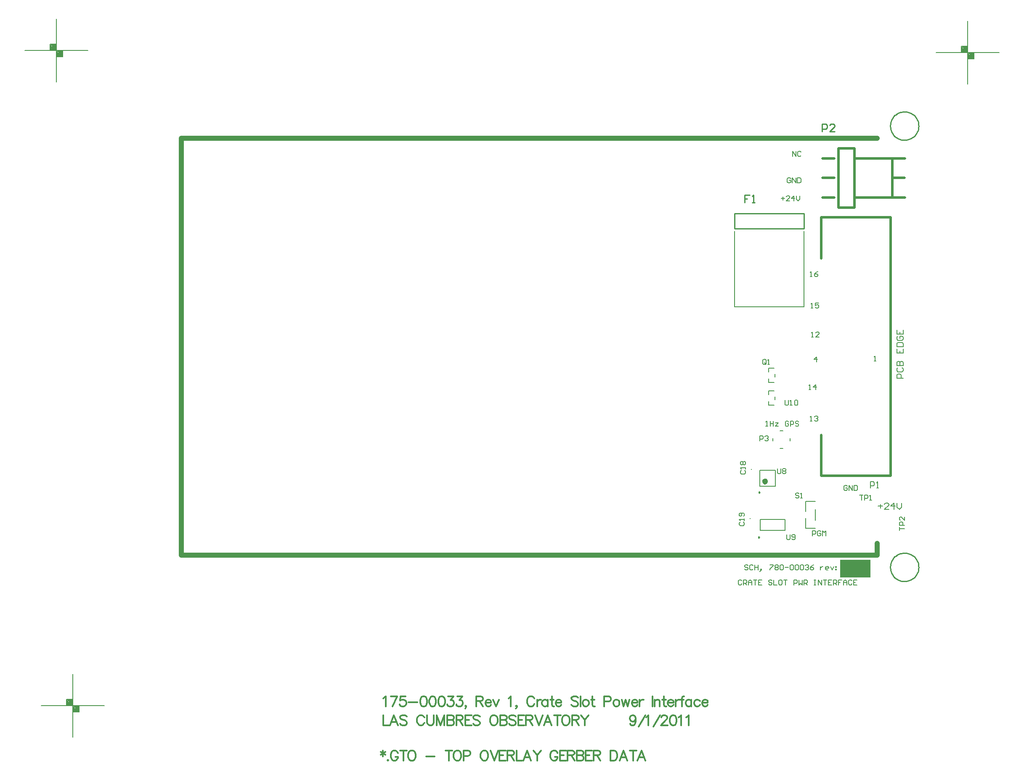
<source format=gto>
%FSLAX23Y23*%
%MOIN*%
G70*
G01*
G75*
G04 Layer_Color=65535*
%ADD10R,0.135X0.070*%
%ADD11O,0.024X0.079*%
%ADD12R,0.036X0.036*%
%ADD13O,0.014X0.067*%
%ADD14R,0.059X0.039*%
%ADD15R,0.050X0.050*%
%ADD16R,0.070X0.135*%
%ADD17C,0.010*%
%ADD18C,0.020*%
%ADD19C,0.012*%
%ADD20C,0.008*%
%ADD21C,0.012*%
%ADD22C,0.012*%
%ADD23C,0.220*%
%ADD24C,0.050*%
%ADD25C,0.059*%
%ADD26C,0.080*%
%ADD27C,0.065*%
%ADD28C,0.079*%
%ADD29C,0.120*%
%ADD30R,0.120X0.120*%
%ADD31C,0.055*%
%ADD32C,0.030*%
%ADD33C,0.024*%
%ADD34C,0.020*%
%ADD35C,0.040*%
%ADD36C,0.005*%
%ADD37C,0.206*%
%ADD38C,0.150*%
%ADD39C,0.190*%
%ADD40C,0.092*%
%ADD41C,0.110*%
%ADD42C,0.073*%
%ADD43C,0.055*%
%ADD44C,0.068*%
%ADD45C,0.087*%
%ADD46C,0.007*%
%ADD47C,0.010*%
%ADD48C,0.024*%
%ADD49C,0.010*%
%ADD50C,0.008*%
%ADD51C,0.006*%
%ADD52C,0.007*%
%ADD53C,0.039*%
%ADD54R,0.239X0.139*%
D17*
X26274Y19038D02*
X26273Y19048D01*
X26272Y19058D01*
X26270Y19068D01*
X26267Y19077D01*
X26263Y19086D01*
X26258Y19095D01*
X26253Y19103D01*
X26247Y19111D01*
X26240Y19119D01*
X26233Y19125D01*
X26225Y19131D01*
X26216Y19136D01*
X26207Y19141D01*
X26198Y19144D01*
X26189Y19147D01*
X26179Y19149D01*
X26169Y19150D01*
X26159Y19151D01*
X26149Y19150D01*
X26139Y19148D01*
X26129Y19146D01*
X26120Y19143D01*
X26111Y19139D01*
X26102Y19134D01*
X26094Y19128D01*
X26086Y19122D01*
X26079Y19115D01*
X26073Y19107D01*
X26067Y19099D01*
X26062Y19091D01*
X26058Y19082D01*
X26054Y19072D01*
X26052Y19063D01*
X26050Y19053D01*
X26049Y19043D01*
Y19033D01*
X26050Y19023D01*
X26052Y19013D01*
X26054Y19004D01*
X26058Y18994D01*
X26062Y18985D01*
X26067Y18977D01*
X26073Y18969D01*
X26079Y18961D01*
X26086Y18954D01*
X26094Y18948D01*
X26102Y18942D01*
X26111Y18938D01*
X26120Y18933D01*
X26129Y18930D01*
X26139Y18928D01*
X26149Y18926D01*
X26159Y18926D01*
X26169Y18926D01*
X26179Y18927D01*
X26189Y18929D01*
X26198Y18932D01*
X26207Y18935D01*
X26216Y18940D01*
X26225Y18945D01*
X26233Y18951D01*
X26240Y18958D01*
X26247Y18965D01*
X26253Y18973D01*
X26258Y18981D01*
X26263Y18990D01*
X26267Y18999D01*
X26270Y19009D01*
X26272Y19018D01*
X26273Y19028D01*
X26274Y19038D01*
Y15538D02*
X26273Y15548D01*
X26272Y15558D01*
X26270Y15568D01*
X26267Y15577D01*
X26263Y15586D01*
X26258Y15595D01*
X26253Y15603D01*
X26247Y15611D01*
X26240Y15619D01*
X26233Y15625D01*
X26225Y15631D01*
X26216Y15636D01*
X26207Y15641D01*
X26198Y15644D01*
X26189Y15647D01*
X26179Y15649D01*
X26169Y15650D01*
X26159Y15651D01*
X26149Y15650D01*
X26139Y15648D01*
X26129Y15646D01*
X26120Y15643D01*
X26111Y15639D01*
X26102Y15634D01*
X26094Y15628D01*
X26086Y15622D01*
X26079Y15615D01*
X26073Y15607D01*
X26067Y15599D01*
X26062Y15591D01*
X26058Y15582D01*
X26054Y15572D01*
X26052Y15563D01*
X26050Y15553D01*
X26049Y15543D01*
Y15533D01*
X26050Y15523D01*
X26052Y15513D01*
X26054Y15504D01*
X26058Y15494D01*
X26062Y15485D01*
X26067Y15477D01*
X26073Y15469D01*
X26079Y15461D01*
X26086Y15454D01*
X26094Y15448D01*
X26102Y15442D01*
X26111Y15438D01*
X26120Y15433D01*
X26129Y15430D01*
X26139Y15428D01*
X26149Y15426D01*
X26159Y15426D01*
X26169Y15426D01*
X26179Y15427D01*
X26189Y15429D01*
X26198Y15432D01*
X26207Y15435D01*
X26216Y15440D01*
X26225Y15445D01*
X26233Y15451D01*
X26240Y15458D01*
X26247Y15465D01*
X26253Y15473D01*
X26258Y15481D01*
X26263Y15490D01*
X26267Y15499D01*
X26270Y15509D01*
X26272Y15518D01*
X26273Y15528D01*
X26274Y15538D01*
X25091Y18224D02*
X25366D01*
Y18342D01*
X24815D02*
X25366D01*
X24815Y18224D02*
Y18342D01*
Y18224D02*
X25091D01*
X24934Y18489D02*
X24894D01*
Y18459D01*
X24914D01*
X24894D01*
Y18429D01*
X24954D02*
X24974D01*
X24964D01*
Y18489D01*
X24954Y18479D01*
X25508Y18992D02*
Y19052D01*
X25538D01*
X25548Y19042D01*
Y19022D01*
X25538Y19012D01*
X25508D01*
X25608Y18992D02*
X25568D01*
X25608Y19032D01*
Y19042D01*
X25598Y19052D01*
X25578D01*
X25568Y19042D01*
D18*
X25501Y16263D02*
Y16588D01*
Y17988D02*
Y18313D01*
Y16263D02*
X26051D01*
Y17288D01*
X25501Y18313D02*
X26051D01*
Y17288D02*
Y18313D01*
X25512Y18469D02*
X25604D01*
X25512Y18625D02*
X25604D01*
X25512Y18781D02*
X25604D01*
X25765Y18469D02*
X26165D01*
X26064Y18625D02*
X26163D01*
X25766Y18781D02*
X26166D01*
X25766D02*
X26063D01*
X26064Y18780D01*
Y18469D02*
Y18780D01*
X25639Y18859D02*
X25764D01*
X25639D02*
X25688D01*
X25765Y18469D02*
X26064D01*
X25639Y18391D02*
X25764D01*
Y18859D01*
X25639D02*
X25764D01*
X25639Y18391D02*
Y18859D01*
D19*
X22029Y14083D02*
Y14037D01*
X22010Y14072D02*
X22048Y14049D01*
Y14072D02*
X22010Y14049D01*
X22069Y14011D02*
X22065Y14007D01*
X22069Y14003D01*
X22072Y14007D01*
X22069Y14011D01*
X22147Y14064D02*
X22143Y14072D01*
X22136Y14079D01*
X22128Y14083D01*
X22113D01*
X22105Y14079D01*
X22098Y14072D01*
X22094Y14064D01*
X22090Y14053D01*
Y14034D01*
X22094Y14022D01*
X22098Y14015D01*
X22105Y14007D01*
X22113Y14003D01*
X22128D01*
X22136Y14007D01*
X22143Y14015D01*
X22147Y14022D01*
Y14034D01*
X22128D02*
X22147D01*
X22192Y14083D02*
Y14003D01*
X22165Y14083D02*
X22219D01*
X22251D02*
X22243Y14079D01*
X22236Y14072D01*
X22232Y14064D01*
X22228Y14053D01*
Y14034D01*
X22232Y14022D01*
X22236Y14015D01*
X22243Y14007D01*
X22251Y14003D01*
X22266D01*
X22274Y14007D01*
X22281Y14015D01*
X22285Y14022D01*
X22289Y14034D01*
Y14053D01*
X22285Y14064D01*
X22281Y14072D01*
X22274Y14079D01*
X22266Y14083D01*
X22251D01*
X22371Y14037D02*
X22439D01*
X22552Y14083D02*
Y14003D01*
X22526Y14083D02*
X22579D01*
X22611D02*
X22604Y14079D01*
X22596Y14072D01*
X22592Y14064D01*
X22588Y14053D01*
Y14034D01*
X22592Y14022D01*
X22596Y14015D01*
X22604Y14007D01*
X22611Y14003D01*
X22627D01*
X22634Y14007D01*
X22642Y14015D01*
X22646Y14022D01*
X22649Y14034D01*
Y14053D01*
X22646Y14064D01*
X22642Y14072D01*
X22634Y14079D01*
X22627Y14083D01*
X22611D01*
X22668Y14041D02*
X22702D01*
X22714Y14045D01*
X22718Y14049D01*
X22721Y14056D01*
Y14068D01*
X22718Y14075D01*
X22714Y14079D01*
X22702Y14083D01*
X22668D01*
Y14003D01*
X22825Y14083D02*
X22817Y14079D01*
X22810Y14072D01*
X22806Y14064D01*
X22802Y14053D01*
Y14034D01*
X22806Y14022D01*
X22810Y14015D01*
X22817Y14007D01*
X22825Y14003D01*
X22840D01*
X22848Y14007D01*
X22855Y14015D01*
X22859Y14022D01*
X22863Y14034D01*
Y14053D01*
X22859Y14064D01*
X22855Y14072D01*
X22848Y14079D01*
X22840Y14083D01*
X22825D01*
X22882D02*
X22912Y14003D01*
X22943Y14083D02*
X22912Y14003D01*
X23002Y14083D02*
X22953D01*
Y14003D01*
X23002D01*
X22953Y14045D02*
X22983D01*
X23016Y14083D02*
Y14003D01*
Y14083D02*
X23050D01*
X23062Y14079D01*
X23065Y14075D01*
X23069Y14068D01*
Y14060D01*
X23065Y14053D01*
X23062Y14049D01*
X23050Y14045D01*
X23016D01*
X23042D02*
X23069Y14003D01*
X23087Y14083D02*
Y14003D01*
X23133D01*
X23202D02*
X23172Y14083D01*
X23142Y14003D01*
X23153Y14030D02*
X23191D01*
X23221Y14083D02*
X23252Y14045D01*
Y14003D01*
X23282Y14083D02*
X23252Y14045D01*
X23412Y14064D02*
X23408Y14072D01*
X23401Y14079D01*
X23393Y14083D01*
X23378D01*
X23370Y14079D01*
X23363Y14072D01*
X23359Y14064D01*
X23355Y14053D01*
Y14034D01*
X23359Y14022D01*
X23363Y14015D01*
X23370Y14007D01*
X23378Y14003D01*
X23393D01*
X23401Y14007D01*
X23408Y14015D01*
X23412Y14022D01*
Y14034D01*
X23393D02*
X23412D01*
X23480Y14083D02*
X23431D01*
Y14003D01*
X23480D01*
X23431Y14045D02*
X23461D01*
X23493Y14083D02*
Y14003D01*
Y14083D02*
X23528D01*
X23539Y14079D01*
X23543Y14075D01*
X23547Y14068D01*
Y14060D01*
X23543Y14053D01*
X23539Y14049D01*
X23528Y14045D01*
X23493D01*
X23520D02*
X23547Y14003D01*
X23565Y14083D02*
Y14003D01*
Y14083D02*
X23599D01*
X23610Y14079D01*
X23614Y14075D01*
X23618Y14068D01*
Y14060D01*
X23614Y14053D01*
X23610Y14049D01*
X23599Y14045D01*
X23565D02*
X23599D01*
X23610Y14041D01*
X23614Y14037D01*
X23618Y14030D01*
Y14018D01*
X23614Y14011D01*
X23610Y14007D01*
X23599Y14003D01*
X23565D01*
X23685Y14083D02*
X23636D01*
Y14003D01*
X23685D01*
X23636Y14045D02*
X23666D01*
X23699Y14083D02*
Y14003D01*
Y14083D02*
X23733D01*
X23744Y14079D01*
X23748Y14075D01*
X23752Y14068D01*
Y14060D01*
X23748Y14053D01*
X23744Y14049D01*
X23733Y14045D01*
X23699D01*
X23725D02*
X23752Y14003D01*
X23833Y14083D02*
Y14003D01*
Y14083D02*
X23859D01*
X23871Y14079D01*
X23878Y14072D01*
X23882Y14064D01*
X23886Y14053D01*
Y14034D01*
X23882Y14022D01*
X23878Y14015D01*
X23871Y14007D01*
X23859Y14003D01*
X23833D01*
X23965D02*
X23934Y14083D01*
X23904Y14003D01*
X23915Y14030D02*
X23954D01*
X24010Y14083D02*
Y14003D01*
X23984Y14083D02*
X24037D01*
X24107Y14003D02*
X24077Y14083D01*
X24046Y14003D01*
X24058Y14030D02*
X24096D01*
D20*
X25890Y16166D02*
Y16216D01*
X25915D01*
X25923Y16207D01*
Y16191D01*
X25915Y16182D01*
X25890D01*
X25940Y16166D02*
X25956D01*
X25948D01*
Y16216D01*
X25940Y16207D01*
X26151Y17038D02*
X26101D01*
Y17063D01*
X26109Y17071D01*
X26126D01*
X26134Y17063D01*
Y17038D01*
X26109Y17121D02*
X26101Y17113D01*
Y17096D01*
X26109Y17088D01*
X26143D01*
X26151Y17096D01*
Y17113D01*
X26143Y17121D01*
X26101Y17138D02*
X26151D01*
Y17163D01*
X26143Y17171D01*
X26134D01*
X26126Y17163D01*
Y17138D01*
Y17163D01*
X26118Y17171D01*
X26109D01*
X26101Y17163D01*
Y17138D01*
Y17271D02*
Y17238D01*
X26151D01*
Y17271D01*
X26126Y17238D02*
Y17254D01*
X26101Y17288D02*
X26151D01*
Y17313D01*
X26143Y17321D01*
X26109D01*
X26101Y17313D01*
Y17288D01*
X26109Y17371D02*
X26101Y17363D01*
Y17346D01*
X26109Y17338D01*
X26143D01*
X26151Y17346D01*
Y17363D01*
X26143Y17371D01*
X26126D01*
Y17354D01*
X26101Y17421D02*
Y17388D01*
X26151D01*
Y17421D01*
X26126Y17388D02*
Y17404D01*
X25953Y16022D02*
X25987D01*
X25970Y16038D02*
Y16005D01*
X26037Y15997D02*
X26003D01*
X26037Y16030D01*
Y16038D01*
X26028Y16047D01*
X26012D01*
X26003Y16038D01*
X26078Y15997D02*
Y16047D01*
X26053Y16022D01*
X26087D01*
X26103Y16047D02*
Y16013D01*
X26120Y15997D01*
X26137Y16013D01*
Y16047D01*
X19321Y14441D02*
X19821D01*
X19571Y14191D02*
Y14691D01*
X19521Y14441D02*
Y14491D01*
X19571D01*
X19621Y14391D02*
Y14441D01*
X19571Y14391D02*
X19621D01*
X19576Y14436D02*
X19616D01*
Y14396D02*
Y14436D01*
X19576Y14396D02*
X19616D01*
X19576D02*
Y14436D01*
X19581Y14431D02*
X19611D01*
Y14401D02*
Y14431D01*
X19581Y14401D02*
X19611D01*
X19581D02*
Y14426D01*
X19586D02*
X19606D01*
Y14406D02*
Y14426D01*
X19586Y14406D02*
X19606D01*
X19586D02*
Y14421D01*
X19591D02*
X19601D01*
Y14411D02*
Y14421D01*
X19591Y14411D02*
X19601D01*
X19591D02*
Y14421D01*
Y14416D02*
X19601D01*
X19526Y14486D02*
X19566D01*
Y14446D02*
Y14486D01*
X19526Y14446D02*
X19566D01*
X19526D02*
Y14486D01*
X19531Y14481D02*
X19561D01*
Y14451D02*
Y14481D01*
X19531Y14451D02*
X19561D01*
X19531D02*
Y14476D01*
X19536D02*
X19556D01*
Y14456D02*
Y14476D01*
X19536Y14456D02*
X19556D01*
X19536D02*
Y14471D01*
X19541D02*
X19551D01*
Y14461D02*
Y14471D01*
X19541Y14461D02*
X19551D01*
X19541D02*
Y14471D01*
Y14466D02*
X19551D01*
X19192Y19635D02*
X19692D01*
X19442Y19385D02*
Y19885D01*
X19392Y19635D02*
Y19685D01*
X19442D01*
X19492Y19585D02*
Y19635D01*
X19442Y19585D02*
X19492D01*
X19447Y19630D02*
X19487D01*
Y19590D02*
Y19630D01*
X19447Y19590D02*
X19487D01*
X19447D02*
Y19630D01*
X19452Y19625D02*
X19482D01*
Y19595D02*
Y19625D01*
X19452Y19595D02*
X19482D01*
X19452D02*
Y19620D01*
X19457D02*
X19477D01*
Y19600D02*
Y19620D01*
X19457Y19600D02*
X19477D01*
X19457D02*
Y19615D01*
X19462D02*
X19472D01*
Y19605D02*
Y19615D01*
X19462Y19605D02*
X19472D01*
X19462D02*
Y19615D01*
Y19610D02*
X19472D01*
X19397Y19680D02*
X19437D01*
Y19640D02*
Y19680D01*
X19397Y19640D02*
X19437D01*
X19397D02*
Y19680D01*
X19402Y19675D02*
X19432D01*
Y19645D02*
Y19675D01*
X19402Y19645D02*
X19432D01*
X19402D02*
Y19670D01*
X19407D02*
X19427D01*
Y19650D02*
Y19670D01*
X19407Y19650D02*
X19427D01*
X19407D02*
Y19665D01*
X19412D02*
X19422D01*
Y19655D02*
Y19665D01*
X19412Y19655D02*
X19422D01*
X19412D02*
Y19665D01*
Y19660D02*
X19422D01*
X26412Y19619D02*
X26912D01*
X26662Y19369D02*
Y19869D01*
X26612Y19619D02*
Y19669D01*
X26662D01*
X26712Y19569D02*
Y19619D01*
X26662Y19569D02*
X26712D01*
X26667Y19614D02*
X26707D01*
Y19574D02*
Y19614D01*
X26667Y19574D02*
X26707D01*
X26667D02*
Y19614D01*
X26672Y19609D02*
X26702D01*
Y19579D02*
Y19609D01*
X26672Y19579D02*
X26702D01*
X26672D02*
Y19604D01*
X26677D02*
X26697D01*
Y19584D02*
Y19604D01*
X26677Y19584D02*
X26697D01*
X26677D02*
Y19599D01*
X26682D02*
X26692D01*
Y19589D02*
Y19599D01*
X26682Y19589D02*
X26692D01*
X26682D02*
Y19599D01*
Y19594D02*
X26692D01*
X26617Y19664D02*
X26657D01*
Y19624D02*
Y19664D01*
X26617Y19624D02*
X26657D01*
X26617D02*
Y19664D01*
X26622Y19659D02*
X26652D01*
Y19629D02*
Y19659D01*
X26622Y19629D02*
X26652D01*
X26622D02*
Y19654D01*
X26627D02*
X26647D01*
Y19634D02*
Y19654D01*
X26627Y19634D02*
X26647D01*
X26627D02*
Y19649D01*
X26632D02*
X26642D01*
Y19639D02*
Y19649D01*
X26632Y19639D02*
X26642D01*
X26632D02*
Y19649D01*
Y19644D02*
X26642D01*
D21*
X22031Y14498D02*
X22039Y14502D01*
X22050Y14514D01*
Y14434D01*
X22143Y14514D02*
X22105Y14434D01*
X22090Y14514D02*
X22143D01*
X22207D02*
X22169D01*
X22165Y14479D01*
X22169Y14483D01*
X22180Y14487D01*
X22192D01*
X22203Y14483D01*
X22211Y14476D01*
X22215Y14464D01*
Y14457D01*
X22211Y14445D01*
X22203Y14438D01*
X22192Y14434D01*
X22180D01*
X22169Y14438D01*
X22165Y14441D01*
X22161Y14449D01*
X22232Y14468D02*
X22301D01*
X22347Y14514D02*
X22336Y14510D01*
X22328Y14498D01*
X22325Y14479D01*
Y14468D01*
X22328Y14449D01*
X22336Y14438D01*
X22347Y14434D01*
X22355D01*
X22367Y14438D01*
X22374Y14449D01*
X22378Y14468D01*
Y14479D01*
X22374Y14498D01*
X22367Y14510D01*
X22355Y14514D01*
X22347D01*
X22419D02*
X22407Y14510D01*
X22400Y14498D01*
X22396Y14479D01*
Y14468D01*
X22400Y14449D01*
X22407Y14438D01*
X22419Y14434D01*
X22426D01*
X22438Y14438D01*
X22445Y14449D01*
X22449Y14468D01*
Y14479D01*
X22445Y14498D01*
X22438Y14510D01*
X22426Y14514D01*
X22419D01*
X22490D02*
X22478Y14510D01*
X22471Y14498D01*
X22467Y14479D01*
Y14468D01*
X22471Y14449D01*
X22478Y14438D01*
X22490Y14434D01*
X22498D01*
X22509Y14438D01*
X22517Y14449D01*
X22520Y14468D01*
Y14479D01*
X22517Y14498D01*
X22509Y14510D01*
X22498Y14514D01*
X22490D01*
X22546D02*
X22588D01*
X22565Y14483D01*
X22576D01*
X22584Y14479D01*
X22588Y14476D01*
X22592Y14464D01*
Y14457D01*
X22588Y14445D01*
X22580Y14438D01*
X22569Y14434D01*
X22557D01*
X22546Y14438D01*
X22542Y14441D01*
X22538Y14449D01*
X22617Y14514D02*
X22659D01*
X22636Y14483D01*
X22648D01*
X22655Y14479D01*
X22659Y14476D01*
X22663Y14464D01*
Y14457D01*
X22659Y14445D01*
X22651Y14438D01*
X22640Y14434D01*
X22629D01*
X22617Y14438D01*
X22613Y14441D01*
X22610Y14449D01*
X22688Y14438D02*
X22685Y14434D01*
X22681Y14438D01*
X22685Y14441D01*
X22688Y14438D01*
Y14430D01*
X22685Y14422D01*
X22681Y14418D01*
X22769Y14514D02*
Y14434D01*
Y14514D02*
X22803D01*
X22814Y14510D01*
X22818Y14506D01*
X22822Y14498D01*
Y14491D01*
X22818Y14483D01*
X22814Y14479D01*
X22803Y14476D01*
X22769D01*
X22795D02*
X22822Y14434D01*
X22840Y14464D02*
X22886D01*
Y14472D01*
X22882Y14479D01*
X22878Y14483D01*
X22870Y14487D01*
X22859D01*
X22851Y14483D01*
X22844Y14476D01*
X22840Y14464D01*
Y14457D01*
X22844Y14445D01*
X22851Y14438D01*
X22859Y14434D01*
X22870D01*
X22878Y14438D01*
X22886Y14445D01*
X22903Y14487D02*
X22926Y14434D01*
X22948Y14487D02*
X22926Y14434D01*
X23024Y14498D02*
X23032Y14502D01*
X23043Y14514D01*
Y14434D01*
X23091Y14438D02*
X23087Y14434D01*
X23083Y14438D01*
X23087Y14441D01*
X23091Y14438D01*
Y14430D01*
X23087Y14422D01*
X23083Y14418D01*
X23228Y14495D02*
X23224Y14502D01*
X23217Y14510D01*
X23209Y14514D01*
X23194D01*
X23186Y14510D01*
X23179Y14502D01*
X23175Y14495D01*
X23171Y14483D01*
Y14464D01*
X23175Y14453D01*
X23179Y14445D01*
X23186Y14438D01*
X23194Y14434D01*
X23209D01*
X23217Y14438D01*
X23224Y14445D01*
X23228Y14453D01*
X23251Y14487D02*
Y14434D01*
Y14464D02*
X23254Y14476D01*
X23262Y14483D01*
X23270Y14487D01*
X23281D01*
X23334D02*
Y14434D01*
Y14476D02*
X23326Y14483D01*
X23319Y14487D01*
X23307D01*
X23300Y14483D01*
X23292Y14476D01*
X23288Y14464D01*
Y14457D01*
X23292Y14445D01*
X23300Y14438D01*
X23307Y14434D01*
X23319D01*
X23326Y14438D01*
X23334Y14445D01*
X23367Y14514D02*
Y14449D01*
X23370Y14438D01*
X23378Y14434D01*
X23386D01*
X23355Y14487D02*
X23382D01*
X23397Y14464D02*
X23443D01*
Y14472D01*
X23439Y14479D01*
X23435Y14483D01*
X23428Y14487D01*
X23416D01*
X23409Y14483D01*
X23401Y14476D01*
X23397Y14464D01*
Y14457D01*
X23401Y14445D01*
X23409Y14438D01*
X23416Y14434D01*
X23428D01*
X23435Y14438D01*
X23443Y14445D01*
X23576Y14502D02*
X23569Y14510D01*
X23557Y14514D01*
X23542D01*
X23530Y14510D01*
X23523Y14502D01*
Y14495D01*
X23527Y14487D01*
X23530Y14483D01*
X23538Y14479D01*
X23561Y14472D01*
X23569Y14468D01*
X23572Y14464D01*
X23576Y14457D01*
Y14445D01*
X23569Y14438D01*
X23557Y14434D01*
X23542D01*
X23530Y14438D01*
X23523Y14445D01*
X23594Y14514D02*
Y14434D01*
X23630Y14487D02*
X23622Y14483D01*
X23615Y14476D01*
X23611Y14464D01*
Y14457D01*
X23615Y14445D01*
X23622Y14438D01*
X23630Y14434D01*
X23641D01*
X23649Y14438D01*
X23657Y14445D01*
X23660Y14457D01*
Y14464D01*
X23657Y14476D01*
X23649Y14483D01*
X23641Y14487D01*
X23630D01*
X23689Y14514D02*
Y14449D01*
X23693Y14438D01*
X23701Y14434D01*
X23708D01*
X23678Y14487D02*
X23705D01*
X23783Y14472D02*
X23817D01*
X23828Y14476D01*
X23832Y14479D01*
X23836Y14487D01*
Y14498D01*
X23832Y14506D01*
X23828Y14510D01*
X23817Y14514D01*
X23783D01*
Y14434D01*
X23873Y14487D02*
X23865Y14483D01*
X23858Y14476D01*
X23854Y14464D01*
Y14457D01*
X23858Y14445D01*
X23865Y14438D01*
X23873Y14434D01*
X23884D01*
X23892Y14438D01*
X23900Y14445D01*
X23903Y14457D01*
Y14464D01*
X23900Y14476D01*
X23892Y14483D01*
X23884Y14487D01*
X23873D01*
X23921D02*
X23936Y14434D01*
X23951Y14487D02*
X23936Y14434D01*
X23951Y14487D02*
X23967Y14434D01*
X23982Y14487D02*
X23967Y14434D01*
X24000Y14464D02*
X24046D01*
Y14472D01*
X24042Y14479D01*
X24039Y14483D01*
X24031Y14487D01*
X24019D01*
X24012Y14483D01*
X24004Y14476D01*
X24000Y14464D01*
Y14457D01*
X24004Y14445D01*
X24012Y14438D01*
X24019Y14434D01*
X24031D01*
X24039Y14438D01*
X24046Y14445D01*
X24063Y14487D02*
Y14434D01*
Y14464D02*
X24067Y14476D01*
X24075Y14483D01*
X24082Y14487D01*
X24094D01*
X24164Y14514D02*
Y14434D01*
X24181Y14487D02*
Y14434D01*
Y14472D02*
X24192Y14483D01*
X24200Y14487D01*
X24211D01*
X24219Y14483D01*
X24222Y14472D01*
Y14434D01*
X24255Y14514D02*
Y14449D01*
X24259Y14438D01*
X24266Y14434D01*
X24274D01*
X24243Y14487D02*
X24270D01*
X24285Y14464D02*
X24331D01*
Y14472D01*
X24327Y14479D01*
X24323Y14483D01*
X24316Y14487D01*
X24304D01*
X24297Y14483D01*
X24289Y14476D01*
X24285Y14464D01*
Y14457D01*
X24289Y14445D01*
X24297Y14438D01*
X24304Y14434D01*
X24316D01*
X24323Y14438D01*
X24331Y14445D01*
X24348Y14487D02*
Y14434D01*
Y14464D02*
X24352Y14476D01*
X24360Y14483D01*
X24367Y14487D01*
X24379D01*
X24416Y14514D02*
X24409D01*
X24401Y14510D01*
X24397Y14498D01*
Y14434D01*
X24386Y14487D02*
X24413D01*
X24473D02*
Y14434D01*
Y14476D02*
X24466Y14483D01*
X24458Y14487D01*
X24447D01*
X24439Y14483D01*
X24432Y14476D01*
X24428Y14464D01*
Y14457D01*
X24432Y14445D01*
X24439Y14438D01*
X24447Y14434D01*
X24458D01*
X24466Y14438D01*
X24473Y14445D01*
X24541Y14476D02*
X24533Y14483D01*
X24525Y14487D01*
X24514D01*
X24506Y14483D01*
X24499Y14476D01*
X24495Y14464D01*
Y14457D01*
X24499Y14445D01*
X24506Y14438D01*
X24514Y14434D01*
X24525D01*
X24533Y14438D01*
X24541Y14445D01*
X24558Y14464D02*
X24603D01*
Y14472D01*
X24600Y14479D01*
X24596Y14483D01*
X24588Y14487D01*
X24577D01*
X24569Y14483D01*
X24561Y14476D01*
X24558Y14464D01*
Y14457D01*
X24561Y14445D01*
X24569Y14438D01*
X24577Y14434D01*
X24588D01*
X24596Y14438D01*
X24603Y14445D01*
D22*
X22031Y14364D02*
Y14284D01*
X22077D01*
X22147D02*
X22116Y14364D01*
X22086Y14284D01*
X22097Y14310D02*
X22135D01*
X22219Y14352D02*
X22211Y14360D01*
X22200Y14364D01*
X22184D01*
X22173Y14360D01*
X22165Y14352D01*
Y14345D01*
X22169Y14337D01*
X22173Y14333D01*
X22181Y14329D01*
X22204Y14322D01*
X22211Y14318D01*
X22215Y14314D01*
X22219Y14307D01*
Y14295D01*
X22211Y14287D01*
X22200Y14284D01*
X22184D01*
X22173Y14287D01*
X22165Y14295D01*
X22357Y14345D02*
X22353Y14352D01*
X22345Y14360D01*
X22338Y14364D01*
X22322D01*
X22315Y14360D01*
X22307Y14352D01*
X22303Y14345D01*
X22299Y14333D01*
Y14314D01*
X22303Y14303D01*
X22307Y14295D01*
X22315Y14287D01*
X22322Y14284D01*
X22338D01*
X22345Y14287D01*
X22353Y14295D01*
X22357Y14303D01*
X22379Y14364D02*
Y14307D01*
X22383Y14295D01*
X22391Y14287D01*
X22402Y14284D01*
X22410D01*
X22421Y14287D01*
X22429Y14295D01*
X22432Y14307D01*
Y14364D01*
X22454D02*
Y14284D01*
Y14364D02*
X22485Y14284D01*
X22515Y14364D02*
X22485Y14284D01*
X22515Y14364D02*
Y14284D01*
X22538Y14364D02*
Y14284D01*
Y14364D02*
X22573D01*
X22584Y14360D01*
X22588Y14356D01*
X22592Y14348D01*
Y14341D01*
X22588Y14333D01*
X22584Y14329D01*
X22573Y14326D01*
X22538D02*
X22573D01*
X22584Y14322D01*
X22588Y14318D01*
X22592Y14310D01*
Y14299D01*
X22588Y14291D01*
X22584Y14287D01*
X22573Y14284D01*
X22538D01*
X22610Y14364D02*
Y14284D01*
Y14364D02*
X22644D01*
X22655Y14360D01*
X22659Y14356D01*
X22663Y14348D01*
Y14341D01*
X22659Y14333D01*
X22655Y14329D01*
X22644Y14326D01*
X22610D01*
X22636D02*
X22663Y14284D01*
X22730Y14364D02*
X22681D01*
Y14284D01*
X22730D01*
X22681Y14326D02*
X22711D01*
X22797Y14352D02*
X22789Y14360D01*
X22778Y14364D01*
X22763D01*
X22751Y14360D01*
X22744Y14352D01*
Y14345D01*
X22747Y14337D01*
X22751Y14333D01*
X22759Y14329D01*
X22782Y14322D01*
X22789Y14318D01*
X22793Y14314D01*
X22797Y14307D01*
Y14295D01*
X22789Y14287D01*
X22778Y14284D01*
X22763D01*
X22751Y14287D01*
X22744Y14295D01*
X22900Y14364D02*
X22893Y14360D01*
X22885Y14352D01*
X22881Y14345D01*
X22878Y14333D01*
Y14314D01*
X22881Y14303D01*
X22885Y14295D01*
X22893Y14287D01*
X22900Y14284D01*
X22916D01*
X22923Y14287D01*
X22931Y14295D01*
X22935Y14303D01*
X22939Y14314D01*
Y14333D01*
X22935Y14345D01*
X22931Y14352D01*
X22923Y14360D01*
X22916Y14364D01*
X22900D01*
X22957D02*
Y14284D01*
Y14364D02*
X22992D01*
X23003Y14360D01*
X23007Y14356D01*
X23011Y14348D01*
Y14341D01*
X23007Y14333D01*
X23003Y14329D01*
X22992Y14326D01*
X22957D02*
X22992D01*
X23003Y14322D01*
X23007Y14318D01*
X23011Y14310D01*
Y14299D01*
X23007Y14291D01*
X23003Y14287D01*
X22992Y14284D01*
X22957D01*
X23082Y14352D02*
X23074Y14360D01*
X23063Y14364D01*
X23048D01*
X23036Y14360D01*
X23028Y14352D01*
Y14345D01*
X23032Y14337D01*
X23036Y14333D01*
X23044Y14329D01*
X23067Y14322D01*
X23074Y14318D01*
X23078Y14314D01*
X23082Y14307D01*
Y14295D01*
X23074Y14287D01*
X23063Y14284D01*
X23048D01*
X23036Y14287D01*
X23028Y14295D01*
X23149Y14364D02*
X23100D01*
Y14284D01*
X23149D01*
X23100Y14326D02*
X23130D01*
X23163Y14364D02*
Y14284D01*
Y14364D02*
X23197D01*
X23208Y14360D01*
X23212Y14356D01*
X23216Y14348D01*
Y14341D01*
X23212Y14333D01*
X23208Y14329D01*
X23197Y14326D01*
X23163D01*
X23189D02*
X23216Y14284D01*
X23234Y14364D02*
X23264Y14284D01*
X23295Y14364D02*
X23264Y14284D01*
X23366D02*
X23335Y14364D01*
X23305Y14284D01*
X23316Y14310D02*
X23354D01*
X23411Y14364D02*
Y14284D01*
X23385Y14364D02*
X23438D01*
X23470D02*
X23463Y14360D01*
X23455Y14352D01*
X23451Y14345D01*
X23447Y14333D01*
Y14314D01*
X23451Y14303D01*
X23455Y14295D01*
X23463Y14287D01*
X23470Y14284D01*
X23486D01*
X23493Y14287D01*
X23501Y14295D01*
X23505Y14303D01*
X23508Y14314D01*
Y14333D01*
X23505Y14345D01*
X23501Y14352D01*
X23493Y14360D01*
X23486Y14364D01*
X23470D01*
X23527D02*
Y14284D01*
Y14364D02*
X23561D01*
X23573Y14360D01*
X23577Y14356D01*
X23580Y14348D01*
Y14341D01*
X23577Y14333D01*
X23573Y14329D01*
X23561Y14326D01*
X23527D01*
X23554D02*
X23580Y14284D01*
X23598Y14364D02*
X23629Y14326D01*
Y14284D01*
X23659Y14364D02*
X23629Y14326D01*
X24033Y14337D02*
X24029Y14326D01*
X24022Y14318D01*
X24010Y14314D01*
X24007D01*
X23995Y14318D01*
X23987Y14326D01*
X23984Y14337D01*
Y14341D01*
X23987Y14352D01*
X23995Y14360D01*
X24007Y14364D01*
X24010D01*
X24022Y14360D01*
X24029Y14352D01*
X24033Y14337D01*
Y14318D01*
X24029Y14299D01*
X24022Y14287D01*
X24010Y14284D01*
X24003D01*
X23991Y14287D01*
X23987Y14295D01*
X24055Y14272D02*
X24108Y14364D01*
X24114Y14348D02*
X24121Y14352D01*
X24133Y14364D01*
Y14284D01*
X24172Y14272D02*
X24226Y14364D01*
X24235Y14345D02*
Y14348D01*
X24238Y14356D01*
X24242Y14360D01*
X24250Y14364D01*
X24265D01*
X24273Y14360D01*
X24277Y14356D01*
X24280Y14348D01*
Y14341D01*
X24277Y14333D01*
X24269Y14322D01*
X24231Y14284D01*
X24284D01*
X24325Y14364D02*
X24314Y14360D01*
X24306Y14348D01*
X24302Y14329D01*
Y14318D01*
X24306Y14299D01*
X24314Y14287D01*
X24325Y14284D01*
X24333D01*
X24344Y14287D01*
X24352Y14299D01*
X24355Y14318D01*
Y14329D01*
X24352Y14348D01*
X24344Y14360D01*
X24333Y14364D01*
X24325D01*
X24373Y14348D02*
X24381Y14352D01*
X24392Y14364D01*
Y14284D01*
X24432Y14348D02*
X24440Y14352D01*
X24451Y14364D01*
Y14284D01*
D36*
X25366Y17603D02*
Y18203D01*
X24815Y17603D02*
X25366D01*
X24815D02*
Y18203D01*
D46*
X25274Y18797D02*
Y18837D01*
X25301Y18797D01*
Y18837D01*
X25341Y18830D02*
X25334Y18837D01*
X25321D01*
X25314Y18830D01*
Y18804D01*
X25321Y18797D01*
X25334D01*
X25341Y18804D01*
X25185Y18463D02*
X25212D01*
X25199Y18476D02*
Y18450D01*
X25252Y18443D02*
X25225D01*
X25252Y18470D01*
Y18476D01*
X25245Y18483D01*
X25232D01*
X25225Y18476D01*
X25285Y18443D02*
Y18483D01*
X25265Y18463D01*
X25292D01*
X25305Y18483D02*
Y18456D01*
X25319Y18443D01*
X25332Y18456D01*
Y18483D01*
X25260Y18620D02*
X25253Y18627D01*
X25240D01*
X25233Y18620D01*
Y18594D01*
X25240Y18587D01*
X25253D01*
X25260Y18594D01*
Y18607D01*
X25247D01*
X25273Y18587D02*
Y18627D01*
X25300Y18587D01*
Y18627D01*
X25313D02*
Y18587D01*
X25333D01*
X25340Y18594D01*
Y18620D01*
X25333Y18627D01*
X25313D01*
X25708Y16179D02*
X25701Y16186D01*
X25688D01*
X25681Y16179D01*
Y16153D01*
X25688Y16146D01*
X25701D01*
X25708Y16153D01*
Y16166D01*
X25695D01*
X25721Y16146D02*
Y16186D01*
X25748Y16146D01*
Y16186D01*
X25761D02*
Y16146D01*
X25781D01*
X25788Y16153D01*
Y16179D01*
X25781Y16186D01*
X25761D01*
X25806Y16110D02*
X25833D01*
X25820D01*
Y16070D01*
X25846D02*
Y16110D01*
X25866D01*
X25873Y16103D01*
Y16090D01*
X25866Y16083D01*
X25846D01*
X25886Y16070D02*
X25900D01*
X25893D01*
Y16110D01*
X25886Y16103D01*
X24873Y15431D02*
X24866Y15438D01*
X24853D01*
X24846Y15431D01*
Y15405D01*
X24853Y15398D01*
X24866D01*
X24873Y15405D01*
X24886Y15398D02*
Y15438D01*
X24906D01*
X24913Y15431D01*
Y15418D01*
X24906Y15411D01*
X24886D01*
X24899D02*
X24913Y15398D01*
X24926D02*
Y15425D01*
X24939Y15438D01*
X24953Y15425D01*
Y15398D01*
Y15418D01*
X24926D01*
X24966Y15438D02*
X24993D01*
X24979D01*
Y15398D01*
X25033Y15438D02*
X25006D01*
Y15398D01*
X25033D01*
X25006Y15418D02*
X25019D01*
X25113Y15431D02*
X25106Y15438D01*
X25093D01*
X25086Y15431D01*
Y15425D01*
X25093Y15418D01*
X25106D01*
X25113Y15411D01*
Y15405D01*
X25106Y15398D01*
X25093D01*
X25086Y15405D01*
X25126Y15438D02*
Y15398D01*
X25153D01*
X25186Y15438D02*
X25173D01*
X25166Y15431D01*
Y15405D01*
X25173Y15398D01*
X25186D01*
X25193Y15405D01*
Y15431D01*
X25186Y15438D01*
X25206D02*
X25233D01*
X25219D01*
Y15398D01*
X25286D02*
Y15438D01*
X25306D01*
X25312Y15431D01*
Y15418D01*
X25306Y15411D01*
X25286D01*
X25326Y15438D02*
Y15398D01*
X25339Y15411D01*
X25352Y15398D01*
Y15438D01*
X25366Y15398D02*
Y15438D01*
X25386D01*
X25392Y15431D01*
Y15418D01*
X25386Y15411D01*
X25366D01*
X25379D02*
X25392Y15398D01*
X25446Y15438D02*
X25459D01*
X25452D01*
Y15398D01*
X25446D01*
X25459D01*
X25479D02*
Y15438D01*
X25506Y15398D01*
Y15438D01*
X25519D02*
X25546D01*
X25532D01*
Y15398D01*
X25586Y15438D02*
X25559D01*
Y15398D01*
X25586D01*
X25559Y15418D02*
X25572D01*
X25599Y15398D02*
Y15438D01*
X25619D01*
X25626Y15431D01*
Y15418D01*
X25619Y15411D01*
X25599D01*
X25612D02*
X25626Y15398D01*
X25666Y15438D02*
X25639D01*
Y15418D01*
X25652D01*
X25639D01*
Y15398D01*
X25679D02*
Y15425D01*
X25692Y15438D01*
X25706Y15425D01*
Y15398D01*
Y15418D01*
X25679D01*
X25746Y15431D02*
X25739Y15438D01*
X25726D01*
X25719Y15431D01*
Y15405D01*
X25726Y15398D01*
X25739D01*
X25746Y15405D01*
X25786Y15438D02*
X25759D01*
Y15398D01*
X25786D01*
X25759Y15418D02*
X25772D01*
X24921Y15549D02*
X24914Y15556D01*
X24901D01*
X24894Y15549D01*
Y15543D01*
X24901Y15536D01*
X24914D01*
X24921Y15529D01*
Y15523D01*
X24914Y15516D01*
X24901D01*
X24894Y15523D01*
X24961Y15549D02*
X24954Y15556D01*
X24941D01*
X24934Y15549D01*
Y15523D01*
X24941Y15516D01*
X24954D01*
X24961Y15523D01*
X24974Y15556D02*
Y15516D01*
Y15536D01*
X25001D01*
Y15556D01*
Y15516D01*
X25021Y15509D02*
X25027Y15516D01*
Y15523D01*
X25021D01*
Y15516D01*
X25027D01*
X25021Y15509D01*
X25014Y15503D01*
X25094Y15556D02*
X25120D01*
Y15549D01*
X25094Y15523D01*
Y15516D01*
X25134Y15549D02*
X25140Y15556D01*
X25154D01*
X25160Y15549D01*
Y15543D01*
X25154Y15536D01*
X25160Y15529D01*
Y15523D01*
X25154Y15516D01*
X25140D01*
X25134Y15523D01*
Y15529D01*
X25140Y15536D01*
X25134Y15543D01*
Y15549D01*
X25140Y15536D02*
X25154D01*
X25174Y15549D02*
X25180Y15556D01*
X25194D01*
X25200Y15549D01*
Y15523D01*
X25194Y15516D01*
X25180D01*
X25174Y15523D01*
Y15549D01*
X25214Y15536D02*
X25240D01*
X25254Y15549D02*
X25260Y15556D01*
X25274D01*
X25280Y15549D01*
Y15523D01*
X25274Y15516D01*
X25260D01*
X25254Y15523D01*
Y15549D01*
X25294D02*
X25300Y15556D01*
X25314D01*
X25320Y15549D01*
Y15523D01*
X25314Y15516D01*
X25300D01*
X25294Y15523D01*
Y15549D01*
X25334D02*
X25340Y15556D01*
X25354D01*
X25360Y15549D01*
Y15523D01*
X25354Y15516D01*
X25340D01*
X25334Y15523D01*
Y15549D01*
X25374D02*
X25380Y15556D01*
X25394D01*
X25400Y15549D01*
Y15543D01*
X25394Y15536D01*
X25387D01*
X25394D01*
X25400Y15529D01*
Y15523D01*
X25394Y15516D01*
X25380D01*
X25374Y15523D01*
X25440Y15556D02*
X25427Y15549D01*
X25414Y15536D01*
Y15523D01*
X25420Y15516D01*
X25434D01*
X25440Y15523D01*
Y15529D01*
X25434Y15536D01*
X25414D01*
X25494Y15543D02*
Y15516D01*
Y15529D01*
X25500Y15536D01*
X25507Y15543D01*
X25514D01*
X25554Y15516D02*
X25540D01*
X25534Y15523D01*
Y15536D01*
X25540Y15543D01*
X25554D01*
X25560Y15536D01*
Y15529D01*
X25534D01*
X25574Y15543D02*
X25587Y15516D01*
X25600Y15543D01*
X25614D02*
X25620D01*
Y15536D01*
X25614D01*
Y15543D01*
Y15523D02*
X25620D01*
Y15516D01*
X25614D01*
Y15523D01*
X25063Y16658D02*
X25077D01*
X25070D01*
Y16698D01*
X25063Y16691D01*
X25097Y16698D02*
Y16658D01*
Y16678D01*
X25123D01*
Y16698D01*
Y16658D01*
X25137Y16684D02*
X25163D01*
X25137Y16658D01*
X25163D01*
X25243Y16691D02*
X25237Y16698D01*
X25223D01*
X25217Y16691D01*
Y16664D01*
X25223Y16658D01*
X25237D01*
X25243Y16664D01*
Y16678D01*
X25230D01*
X25257Y16658D02*
Y16698D01*
X25277D01*
X25283Y16691D01*
Y16678D01*
X25277Y16671D01*
X25257D01*
X25323Y16691D02*
X25317Y16698D01*
X25303D01*
X25297Y16691D01*
Y16684D01*
X25303Y16678D01*
X25317D01*
X25323Y16671D01*
Y16664D01*
X25317Y16658D01*
X25303D01*
X25297Y16664D01*
X25229Y15796D02*
Y15763D01*
X25236Y15756D01*
X25249D01*
X25256Y15763D01*
Y15796D01*
X25269Y15763D02*
X25276Y15756D01*
X25289D01*
X25296Y15763D01*
Y15790D01*
X25289Y15796D01*
X25276D01*
X25269Y15790D01*
Y15783D01*
X25276Y15776D01*
X25296D01*
X25216Y16862D02*
Y16828D01*
X25223Y16822D01*
X25236D01*
X25243Y16828D01*
Y16862D01*
X25256Y16822D02*
X25270D01*
X25263D01*
Y16862D01*
X25256Y16855D01*
X25290D02*
X25296Y16862D01*
X25310D01*
X25316Y16855D01*
Y16828D01*
X25310Y16822D01*
X25296D01*
X25290Y16828D01*
Y16855D01*
X25154Y16321D02*
Y16288D01*
X25161Y16281D01*
X25174D01*
X25181Y16288D01*
Y16321D01*
X25194Y16315D02*
X25201Y16321D01*
X25214D01*
X25221Y16315D01*
Y16308D01*
X25214Y16301D01*
X25221Y16295D01*
Y16288D01*
X25214Y16281D01*
X25201D01*
X25194Y16288D01*
Y16295D01*
X25201Y16301D01*
X25194Y16308D01*
Y16315D01*
X25201Y16301D02*
X25214D01*
X25324Y16121D02*
X25317Y16127D01*
X25304D01*
X25297Y16121D01*
Y16114D01*
X25304Y16107D01*
X25317D01*
X25324Y16101D01*
Y16094D01*
X25317Y16087D01*
X25304D01*
X25297Y16094D01*
X25337Y16087D02*
X25350D01*
X25344D01*
Y16127D01*
X25337Y16121D01*
X25066Y17154D02*
Y17180D01*
X25059Y17187D01*
X25046D01*
X25039Y17180D01*
Y17154D01*
X25046Y17147D01*
X25059D01*
X25052Y17160D02*
X25066Y17147D01*
X25059D02*
X25066Y17154D01*
X25079Y17147D02*
X25092D01*
X25086D01*
Y17187D01*
X25079Y17180D01*
X24860Y15895D02*
X24853Y15888D01*
Y15875D01*
X24860Y15868D01*
X24886D01*
X24893Y15875D01*
Y15888D01*
X24886Y15895D01*
X24893Y15908D02*
Y15922D01*
Y15915D01*
X24853D01*
X24860Y15908D01*
X24886Y15942D02*
X24893Y15948D01*
Y15962D01*
X24886Y15968D01*
X24860D01*
X24853Y15962D01*
Y15948D01*
X24860Y15942D01*
X24866D01*
X24873Y15948D01*
Y15968D01*
X24868Y16305D02*
X24861Y16298D01*
Y16285D01*
X24868Y16278D01*
X24895D01*
X24901Y16285D01*
Y16298D01*
X24895Y16305D01*
X24901Y16318D02*
Y16331D01*
Y16325D01*
X24861D01*
X24868Y16318D01*
Y16351D02*
X24861Y16358D01*
Y16371D01*
X24868Y16378D01*
X24875D01*
X24881Y16371D01*
X24888Y16378D01*
X24895D01*
X24901Y16371D01*
Y16358D01*
X24895Y16351D01*
X24888D01*
X24881Y16358D01*
X24875Y16351D01*
X24868D01*
X24881Y16358D02*
Y16371D01*
X26121Y15830D02*
Y15857D01*
Y15843D01*
X26161D01*
Y15870D02*
X26121D01*
Y15890D01*
X26128Y15897D01*
X26141D01*
X26148Y15890D01*
Y15870D01*
X26161Y15937D02*
Y15910D01*
X26135Y15937D01*
X26128D01*
X26121Y15930D01*
Y15917D01*
X26128Y15910D01*
X25016Y16540D02*
Y16580D01*
X25036D01*
X25043Y16573D01*
Y16560D01*
X25036Y16553D01*
X25016D01*
X25056Y16573D02*
X25063Y16580D01*
X25076D01*
X25083Y16573D01*
Y16566D01*
X25076Y16560D01*
X25070D01*
X25076D01*
X25083Y16553D01*
Y16546D01*
X25076Y16540D01*
X25063D01*
X25056Y16546D01*
X25432Y15786D02*
Y15826D01*
X25452D01*
X25459Y15820D01*
Y15806D01*
X25452Y15800D01*
X25432D01*
X25499Y15820D02*
X25492Y15826D01*
X25479D01*
X25472Y15820D01*
Y15793D01*
X25479Y15786D01*
X25492D01*
X25499Y15793D01*
Y15806D01*
X25485D01*
X25512Y15786D02*
Y15826D01*
X25525Y15813D01*
X25538Y15826D01*
Y15786D01*
X25921Y17173D02*
X25934D01*
X25928D01*
Y17213D01*
X25921Y17206D01*
X25416Y16698D02*
X25429D01*
X25423D01*
Y16738D01*
X25416Y16731D01*
X25449D02*
X25456Y16738D01*
X25469D01*
X25476Y16731D01*
Y16724D01*
X25469Y16718D01*
X25463D01*
X25469D01*
X25476Y16711D01*
Y16704D01*
X25469Y16698D01*
X25456D01*
X25449Y16704D01*
X25416Y17843D02*
X25429D01*
X25423D01*
Y17883D01*
X25416Y17876D01*
X25476Y17883D02*
X25463Y17876D01*
X25449Y17863D01*
Y17849D01*
X25456Y17843D01*
X25469D01*
X25476Y17849D01*
Y17856D01*
X25469Y17863D01*
X25449D01*
X25466Y17168D02*
Y17208D01*
X25446Y17188D01*
X25473D01*
X25426Y17363D02*
X25439D01*
X25433D01*
Y17403D01*
X25426Y17396D01*
X25486Y17363D02*
X25459D01*
X25486Y17389D01*
Y17396D01*
X25479Y17403D01*
X25466D01*
X25459Y17396D01*
X25406Y16948D02*
X25419D01*
X25413D01*
Y16988D01*
X25406Y16981D01*
X25459Y16948D02*
Y16988D01*
X25439Y16968D01*
X25466D01*
X25421Y17593D02*
X25434D01*
X25428D01*
Y17633D01*
X25421Y17626D01*
X25481Y17633D02*
X25454D01*
Y17613D01*
X25468Y17619D01*
X25474D01*
X25481Y17613D01*
Y17599D01*
X25474Y17593D01*
X25461D01*
X25454Y17599D01*
D47*
X25012Y15775D02*
X25005Y15779D01*
Y15771D01*
X25012Y15775D01*
X25014Y16131D02*
X25007Y16135D01*
Y16127D01*
X25014Y16131D01*
D48*
X25066Y16220D02*
X25062Y16229D01*
X25052Y16231D01*
X25044Y16225D01*
Y16215D01*
X25052Y16208D01*
X25062Y16210D01*
X25066Y16220D01*
D49*
X24937Y15923D02*
D03*
X24947Y16313D02*
D03*
D50*
X25214Y15830D02*
Y15917D01*
X25018Y15830D02*
Y15917D01*
X25214D01*
X25018Y15830D02*
X25214D01*
X25137Y16180D02*
Y16306D01*
X25015Y16180D02*
Y16306D01*
X25137D01*
X25015Y16180D02*
X25137D01*
X25175Y16481D02*
X25197D01*
X25175Y16619D02*
X25197D01*
X25117Y16540D02*
Y16561D01*
X25255Y16540D02*
Y16561D01*
D51*
X25085Y16936D02*
X25128D01*
X25085Y16822D02*
X25128D01*
X25085Y16905D02*
Y16936D01*
Y16822D02*
Y16853D01*
X25135Y16868D02*
Y16890D01*
X25085Y17116D02*
X25128D01*
X25085Y17002D02*
X25128D01*
X25085Y17085D02*
Y17116D01*
Y17002D02*
Y17033D01*
X25135Y17048D02*
Y17070D01*
D52*
X25377Y15981D02*
Y16059D01*
X25455D01*
Y15910D02*
Y15997D01*
X25377Y15847D02*
X25455D01*
X25377D02*
Y15926D01*
D53*
X20433Y15634D02*
Y18941D01*
X25531D01*
X20433Y15634D02*
X25945D01*
Y15726D01*
X25531Y18941D02*
X25945D01*
D54*
X25770Y15527D02*
D03*
M02*

</source>
